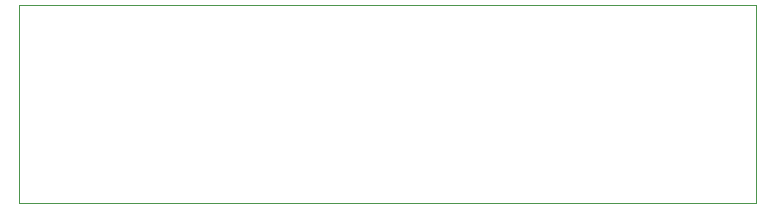
<source format=gbr>
G04 #@! TF.FileFunction,Profile,NP*
%FSLAX46Y46*%
G04 Gerber Fmt 4.6, Leading zero omitted, Abs format (unit mm)*
G04 Created by KiCad (PCBNEW 0.201508030901+6040~28~ubuntu14.04.1-product) date Wed 05 Aug 2015 11:40:12 PM CDT*
%MOMM*%
G01*
G04 APERTURE LIST*
%ADD10C,0.100000*%
G04 APERTURE END LIST*
D10*
X105283000Y-100330000D02*
X167640000Y-100330000D01*
X105283000Y-83566000D02*
X167640000Y-83566000D01*
X167640000Y-83566000D02*
X167640000Y-100330000D01*
X105283000Y-83566000D02*
X105283000Y-100330000D01*
M02*

</source>
